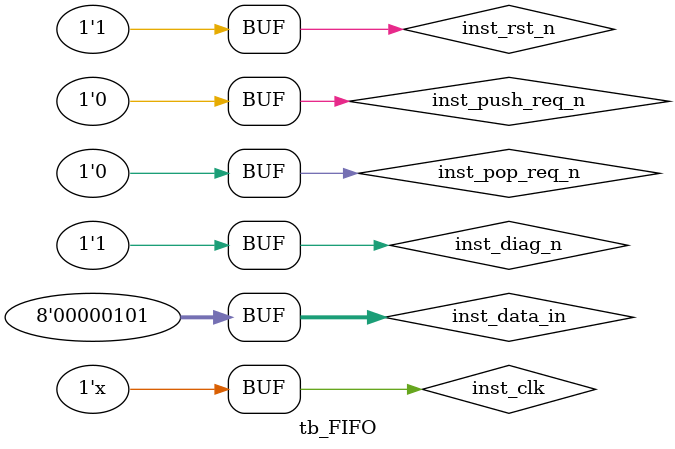
<source format=v>
module tb_FIFO;
/*Verify FIFO by filling it up and popping data off and examine full/empty flag*/

parameter width = 8;
  parameter depth = 4;
  parameter ae_level = 1;
  parameter af_level = 1;
  parameter err_mode = 0;
  parameter rst_mode = 0;

  reg inst_clk;
  reg inst_rst_n;
  reg inst_push_req_n;
  reg inst_pop_req_n;
  reg inst_diag_n;
  reg [width-1 : 0] inst_data_in;
  wire empty_inst;
  wire almost_empty_inst;
  wire half_full_inst;
  wire almost_full_inst;
  wire full_inst;
  wire error_inst;
  wire [width-1 : 0] data_out_inst;
  
 initial //following block executed only once

begin
     inst_clk = 0;
     inst_rst_n = 0;
	 inst_pop_req_n = 0;
	 inst_diag_n = 1;        //needs to be high
	 #10 inst_rst_n = 1;

	 
	 inst_data_in = 8'd5;
	 inst_push_req_n = 0;   //start filling up
	 #10 inst_data_in = 8'd2;
	 #10 inst_data_in = 8'd3;
	 #10 inst_data_in = 8'd4;
	 #10 inst_data_in = 8'd5;
	
	 //inst_pop_req_n = 0;
	 #30 inst_push_req_n = 1'b0;
     	 
end
  
  
  

  // Instance of DW_fifo_s1_sf
  DW_fifo_s1_sf #(width,  depth,  ae_level,  af_level,  err_mode,  rst_mode)
    U1 (.clk(inst_clk),   .rst_n(inst_rst_n),   .push_req_n(inst_push_req_n),
        .pop_req_n(inst_pop_req_n),   .diag_n(inst_diag_n),
        .data_in(inst_data_in),   .empty(empty_inst),
        .almost_empty(almost_empty_inst),   .half_full(half_full_inst),
        .almost_full(almost_full_inst),   .full(full_inst),
        .error(error_inst),   .data_out(data_out_inst) );
		
			



always #5 inst_clk=~inst_clk;  //10ns clock

endmodule /* test_fixture */
</source>
